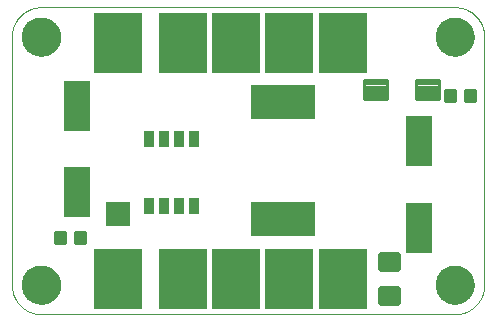
<source format=gts>
G75*
%MOIN*%
%OFA0B0*%
%FSLAX25Y25*%
%IPPOS*%
%LPD*%
%AMOC8*
5,1,8,0,0,1.08239X$1,22.5*
%
%ADD10C,0.00000*%
%ADD11C,0.12998*%
%ADD12C,0.01388*%
%ADD13R,0.09061X0.16935*%
%ADD14C,0.01123*%
%ADD15R,0.21660X0.11817*%
%ADD16C,0.01943*%
%ADD17R,0.03235X0.05400*%
%ADD18R,0.16148X0.20085*%
%ADD19R,0.08274X0.08274*%
D10*
X0013611Y0003769D02*
X0151406Y0003769D01*
X0145107Y0013611D02*
X0145109Y0013769D01*
X0145115Y0013927D01*
X0145125Y0014085D01*
X0145139Y0014243D01*
X0145157Y0014400D01*
X0145178Y0014557D01*
X0145204Y0014713D01*
X0145234Y0014869D01*
X0145267Y0015024D01*
X0145305Y0015177D01*
X0145346Y0015330D01*
X0145391Y0015482D01*
X0145440Y0015633D01*
X0145493Y0015782D01*
X0145549Y0015930D01*
X0145609Y0016076D01*
X0145673Y0016221D01*
X0145741Y0016364D01*
X0145812Y0016506D01*
X0145886Y0016646D01*
X0145964Y0016783D01*
X0146046Y0016919D01*
X0146130Y0017053D01*
X0146219Y0017184D01*
X0146310Y0017313D01*
X0146405Y0017440D01*
X0146502Y0017565D01*
X0146603Y0017687D01*
X0146707Y0017806D01*
X0146814Y0017923D01*
X0146924Y0018037D01*
X0147037Y0018148D01*
X0147152Y0018257D01*
X0147270Y0018362D01*
X0147391Y0018464D01*
X0147514Y0018564D01*
X0147640Y0018660D01*
X0147768Y0018753D01*
X0147898Y0018843D01*
X0148031Y0018929D01*
X0148166Y0019013D01*
X0148302Y0019092D01*
X0148441Y0019169D01*
X0148582Y0019241D01*
X0148724Y0019311D01*
X0148868Y0019376D01*
X0149014Y0019438D01*
X0149161Y0019496D01*
X0149310Y0019551D01*
X0149460Y0019602D01*
X0149611Y0019649D01*
X0149763Y0019692D01*
X0149916Y0019731D01*
X0150071Y0019767D01*
X0150226Y0019798D01*
X0150382Y0019826D01*
X0150538Y0019850D01*
X0150695Y0019870D01*
X0150853Y0019886D01*
X0151010Y0019898D01*
X0151169Y0019906D01*
X0151327Y0019910D01*
X0151485Y0019910D01*
X0151643Y0019906D01*
X0151802Y0019898D01*
X0151959Y0019886D01*
X0152117Y0019870D01*
X0152274Y0019850D01*
X0152430Y0019826D01*
X0152586Y0019798D01*
X0152741Y0019767D01*
X0152896Y0019731D01*
X0153049Y0019692D01*
X0153201Y0019649D01*
X0153352Y0019602D01*
X0153502Y0019551D01*
X0153651Y0019496D01*
X0153798Y0019438D01*
X0153944Y0019376D01*
X0154088Y0019311D01*
X0154230Y0019241D01*
X0154371Y0019169D01*
X0154510Y0019092D01*
X0154646Y0019013D01*
X0154781Y0018929D01*
X0154914Y0018843D01*
X0155044Y0018753D01*
X0155172Y0018660D01*
X0155298Y0018564D01*
X0155421Y0018464D01*
X0155542Y0018362D01*
X0155660Y0018257D01*
X0155775Y0018148D01*
X0155888Y0018037D01*
X0155998Y0017923D01*
X0156105Y0017806D01*
X0156209Y0017687D01*
X0156310Y0017565D01*
X0156407Y0017440D01*
X0156502Y0017313D01*
X0156593Y0017184D01*
X0156682Y0017053D01*
X0156766Y0016919D01*
X0156848Y0016783D01*
X0156926Y0016646D01*
X0157000Y0016506D01*
X0157071Y0016364D01*
X0157139Y0016221D01*
X0157203Y0016076D01*
X0157263Y0015930D01*
X0157319Y0015782D01*
X0157372Y0015633D01*
X0157421Y0015482D01*
X0157466Y0015330D01*
X0157507Y0015177D01*
X0157545Y0015024D01*
X0157578Y0014869D01*
X0157608Y0014713D01*
X0157634Y0014557D01*
X0157655Y0014400D01*
X0157673Y0014243D01*
X0157687Y0014085D01*
X0157697Y0013927D01*
X0157703Y0013769D01*
X0157705Y0013611D01*
X0157703Y0013453D01*
X0157697Y0013295D01*
X0157687Y0013137D01*
X0157673Y0012979D01*
X0157655Y0012822D01*
X0157634Y0012665D01*
X0157608Y0012509D01*
X0157578Y0012353D01*
X0157545Y0012198D01*
X0157507Y0012045D01*
X0157466Y0011892D01*
X0157421Y0011740D01*
X0157372Y0011589D01*
X0157319Y0011440D01*
X0157263Y0011292D01*
X0157203Y0011146D01*
X0157139Y0011001D01*
X0157071Y0010858D01*
X0157000Y0010716D01*
X0156926Y0010576D01*
X0156848Y0010439D01*
X0156766Y0010303D01*
X0156682Y0010169D01*
X0156593Y0010038D01*
X0156502Y0009909D01*
X0156407Y0009782D01*
X0156310Y0009657D01*
X0156209Y0009535D01*
X0156105Y0009416D01*
X0155998Y0009299D01*
X0155888Y0009185D01*
X0155775Y0009074D01*
X0155660Y0008965D01*
X0155542Y0008860D01*
X0155421Y0008758D01*
X0155298Y0008658D01*
X0155172Y0008562D01*
X0155044Y0008469D01*
X0154914Y0008379D01*
X0154781Y0008293D01*
X0154646Y0008209D01*
X0154510Y0008130D01*
X0154371Y0008053D01*
X0154230Y0007981D01*
X0154088Y0007911D01*
X0153944Y0007846D01*
X0153798Y0007784D01*
X0153651Y0007726D01*
X0153502Y0007671D01*
X0153352Y0007620D01*
X0153201Y0007573D01*
X0153049Y0007530D01*
X0152896Y0007491D01*
X0152741Y0007455D01*
X0152586Y0007424D01*
X0152430Y0007396D01*
X0152274Y0007372D01*
X0152117Y0007352D01*
X0151959Y0007336D01*
X0151802Y0007324D01*
X0151643Y0007316D01*
X0151485Y0007312D01*
X0151327Y0007312D01*
X0151169Y0007316D01*
X0151010Y0007324D01*
X0150853Y0007336D01*
X0150695Y0007352D01*
X0150538Y0007372D01*
X0150382Y0007396D01*
X0150226Y0007424D01*
X0150071Y0007455D01*
X0149916Y0007491D01*
X0149763Y0007530D01*
X0149611Y0007573D01*
X0149460Y0007620D01*
X0149310Y0007671D01*
X0149161Y0007726D01*
X0149014Y0007784D01*
X0148868Y0007846D01*
X0148724Y0007911D01*
X0148582Y0007981D01*
X0148441Y0008053D01*
X0148302Y0008130D01*
X0148166Y0008209D01*
X0148031Y0008293D01*
X0147898Y0008379D01*
X0147768Y0008469D01*
X0147640Y0008562D01*
X0147514Y0008658D01*
X0147391Y0008758D01*
X0147270Y0008860D01*
X0147152Y0008965D01*
X0147037Y0009074D01*
X0146924Y0009185D01*
X0146814Y0009299D01*
X0146707Y0009416D01*
X0146603Y0009535D01*
X0146502Y0009657D01*
X0146405Y0009782D01*
X0146310Y0009909D01*
X0146219Y0010038D01*
X0146130Y0010169D01*
X0146046Y0010303D01*
X0145964Y0010439D01*
X0145886Y0010576D01*
X0145812Y0010716D01*
X0145741Y0010858D01*
X0145673Y0011001D01*
X0145609Y0011146D01*
X0145549Y0011292D01*
X0145493Y0011440D01*
X0145440Y0011589D01*
X0145391Y0011740D01*
X0145346Y0011892D01*
X0145305Y0012045D01*
X0145267Y0012198D01*
X0145234Y0012353D01*
X0145204Y0012509D01*
X0145178Y0012665D01*
X0145157Y0012822D01*
X0145139Y0012979D01*
X0145125Y0013137D01*
X0145115Y0013295D01*
X0145109Y0013453D01*
X0145107Y0013611D01*
X0151406Y0003768D02*
X0151644Y0003771D01*
X0151882Y0003779D01*
X0152119Y0003794D01*
X0152356Y0003814D01*
X0152592Y0003840D01*
X0152828Y0003871D01*
X0153063Y0003908D01*
X0153297Y0003951D01*
X0153530Y0004000D01*
X0153762Y0004054D01*
X0153992Y0004114D01*
X0154221Y0004179D01*
X0154448Y0004250D01*
X0154673Y0004326D01*
X0154896Y0004408D01*
X0155118Y0004495D01*
X0155337Y0004587D01*
X0155554Y0004685D01*
X0155768Y0004787D01*
X0155980Y0004895D01*
X0156190Y0005009D01*
X0156396Y0005127D01*
X0156600Y0005250D01*
X0156800Y0005378D01*
X0156997Y0005510D01*
X0157192Y0005648D01*
X0157382Y0005790D01*
X0157570Y0005937D01*
X0157753Y0006088D01*
X0157933Y0006243D01*
X0158109Y0006403D01*
X0158281Y0006567D01*
X0158450Y0006736D01*
X0158614Y0006908D01*
X0158774Y0007084D01*
X0158929Y0007264D01*
X0159080Y0007447D01*
X0159227Y0007635D01*
X0159369Y0007825D01*
X0159507Y0008020D01*
X0159639Y0008217D01*
X0159767Y0008417D01*
X0159890Y0008621D01*
X0160008Y0008827D01*
X0160122Y0009037D01*
X0160230Y0009249D01*
X0160332Y0009463D01*
X0160430Y0009680D01*
X0160522Y0009899D01*
X0160609Y0010121D01*
X0160691Y0010344D01*
X0160767Y0010569D01*
X0160838Y0010796D01*
X0160903Y0011025D01*
X0160963Y0011255D01*
X0161017Y0011487D01*
X0161066Y0011720D01*
X0161109Y0011954D01*
X0161146Y0012189D01*
X0161177Y0012425D01*
X0161203Y0012661D01*
X0161223Y0012898D01*
X0161238Y0013135D01*
X0161246Y0013373D01*
X0161249Y0013611D01*
X0161249Y0096288D01*
X0145107Y0096288D02*
X0145109Y0096446D01*
X0145115Y0096604D01*
X0145125Y0096762D01*
X0145139Y0096920D01*
X0145157Y0097077D01*
X0145178Y0097234D01*
X0145204Y0097390D01*
X0145234Y0097546D01*
X0145267Y0097701D01*
X0145305Y0097854D01*
X0145346Y0098007D01*
X0145391Y0098159D01*
X0145440Y0098310D01*
X0145493Y0098459D01*
X0145549Y0098607D01*
X0145609Y0098753D01*
X0145673Y0098898D01*
X0145741Y0099041D01*
X0145812Y0099183D01*
X0145886Y0099323D01*
X0145964Y0099460D01*
X0146046Y0099596D01*
X0146130Y0099730D01*
X0146219Y0099861D01*
X0146310Y0099990D01*
X0146405Y0100117D01*
X0146502Y0100242D01*
X0146603Y0100364D01*
X0146707Y0100483D01*
X0146814Y0100600D01*
X0146924Y0100714D01*
X0147037Y0100825D01*
X0147152Y0100934D01*
X0147270Y0101039D01*
X0147391Y0101141D01*
X0147514Y0101241D01*
X0147640Y0101337D01*
X0147768Y0101430D01*
X0147898Y0101520D01*
X0148031Y0101606D01*
X0148166Y0101690D01*
X0148302Y0101769D01*
X0148441Y0101846D01*
X0148582Y0101918D01*
X0148724Y0101988D01*
X0148868Y0102053D01*
X0149014Y0102115D01*
X0149161Y0102173D01*
X0149310Y0102228D01*
X0149460Y0102279D01*
X0149611Y0102326D01*
X0149763Y0102369D01*
X0149916Y0102408D01*
X0150071Y0102444D01*
X0150226Y0102475D01*
X0150382Y0102503D01*
X0150538Y0102527D01*
X0150695Y0102547D01*
X0150853Y0102563D01*
X0151010Y0102575D01*
X0151169Y0102583D01*
X0151327Y0102587D01*
X0151485Y0102587D01*
X0151643Y0102583D01*
X0151802Y0102575D01*
X0151959Y0102563D01*
X0152117Y0102547D01*
X0152274Y0102527D01*
X0152430Y0102503D01*
X0152586Y0102475D01*
X0152741Y0102444D01*
X0152896Y0102408D01*
X0153049Y0102369D01*
X0153201Y0102326D01*
X0153352Y0102279D01*
X0153502Y0102228D01*
X0153651Y0102173D01*
X0153798Y0102115D01*
X0153944Y0102053D01*
X0154088Y0101988D01*
X0154230Y0101918D01*
X0154371Y0101846D01*
X0154510Y0101769D01*
X0154646Y0101690D01*
X0154781Y0101606D01*
X0154914Y0101520D01*
X0155044Y0101430D01*
X0155172Y0101337D01*
X0155298Y0101241D01*
X0155421Y0101141D01*
X0155542Y0101039D01*
X0155660Y0100934D01*
X0155775Y0100825D01*
X0155888Y0100714D01*
X0155998Y0100600D01*
X0156105Y0100483D01*
X0156209Y0100364D01*
X0156310Y0100242D01*
X0156407Y0100117D01*
X0156502Y0099990D01*
X0156593Y0099861D01*
X0156682Y0099730D01*
X0156766Y0099596D01*
X0156848Y0099460D01*
X0156926Y0099323D01*
X0157000Y0099183D01*
X0157071Y0099041D01*
X0157139Y0098898D01*
X0157203Y0098753D01*
X0157263Y0098607D01*
X0157319Y0098459D01*
X0157372Y0098310D01*
X0157421Y0098159D01*
X0157466Y0098007D01*
X0157507Y0097854D01*
X0157545Y0097701D01*
X0157578Y0097546D01*
X0157608Y0097390D01*
X0157634Y0097234D01*
X0157655Y0097077D01*
X0157673Y0096920D01*
X0157687Y0096762D01*
X0157697Y0096604D01*
X0157703Y0096446D01*
X0157705Y0096288D01*
X0157703Y0096130D01*
X0157697Y0095972D01*
X0157687Y0095814D01*
X0157673Y0095656D01*
X0157655Y0095499D01*
X0157634Y0095342D01*
X0157608Y0095186D01*
X0157578Y0095030D01*
X0157545Y0094875D01*
X0157507Y0094722D01*
X0157466Y0094569D01*
X0157421Y0094417D01*
X0157372Y0094266D01*
X0157319Y0094117D01*
X0157263Y0093969D01*
X0157203Y0093823D01*
X0157139Y0093678D01*
X0157071Y0093535D01*
X0157000Y0093393D01*
X0156926Y0093253D01*
X0156848Y0093116D01*
X0156766Y0092980D01*
X0156682Y0092846D01*
X0156593Y0092715D01*
X0156502Y0092586D01*
X0156407Y0092459D01*
X0156310Y0092334D01*
X0156209Y0092212D01*
X0156105Y0092093D01*
X0155998Y0091976D01*
X0155888Y0091862D01*
X0155775Y0091751D01*
X0155660Y0091642D01*
X0155542Y0091537D01*
X0155421Y0091435D01*
X0155298Y0091335D01*
X0155172Y0091239D01*
X0155044Y0091146D01*
X0154914Y0091056D01*
X0154781Y0090970D01*
X0154646Y0090886D01*
X0154510Y0090807D01*
X0154371Y0090730D01*
X0154230Y0090658D01*
X0154088Y0090588D01*
X0153944Y0090523D01*
X0153798Y0090461D01*
X0153651Y0090403D01*
X0153502Y0090348D01*
X0153352Y0090297D01*
X0153201Y0090250D01*
X0153049Y0090207D01*
X0152896Y0090168D01*
X0152741Y0090132D01*
X0152586Y0090101D01*
X0152430Y0090073D01*
X0152274Y0090049D01*
X0152117Y0090029D01*
X0151959Y0090013D01*
X0151802Y0090001D01*
X0151643Y0089993D01*
X0151485Y0089989D01*
X0151327Y0089989D01*
X0151169Y0089993D01*
X0151010Y0090001D01*
X0150853Y0090013D01*
X0150695Y0090029D01*
X0150538Y0090049D01*
X0150382Y0090073D01*
X0150226Y0090101D01*
X0150071Y0090132D01*
X0149916Y0090168D01*
X0149763Y0090207D01*
X0149611Y0090250D01*
X0149460Y0090297D01*
X0149310Y0090348D01*
X0149161Y0090403D01*
X0149014Y0090461D01*
X0148868Y0090523D01*
X0148724Y0090588D01*
X0148582Y0090658D01*
X0148441Y0090730D01*
X0148302Y0090807D01*
X0148166Y0090886D01*
X0148031Y0090970D01*
X0147898Y0091056D01*
X0147768Y0091146D01*
X0147640Y0091239D01*
X0147514Y0091335D01*
X0147391Y0091435D01*
X0147270Y0091537D01*
X0147152Y0091642D01*
X0147037Y0091751D01*
X0146924Y0091862D01*
X0146814Y0091976D01*
X0146707Y0092093D01*
X0146603Y0092212D01*
X0146502Y0092334D01*
X0146405Y0092459D01*
X0146310Y0092586D01*
X0146219Y0092715D01*
X0146130Y0092846D01*
X0146046Y0092980D01*
X0145964Y0093116D01*
X0145886Y0093253D01*
X0145812Y0093393D01*
X0145741Y0093535D01*
X0145673Y0093678D01*
X0145609Y0093823D01*
X0145549Y0093969D01*
X0145493Y0094117D01*
X0145440Y0094266D01*
X0145391Y0094417D01*
X0145346Y0094569D01*
X0145305Y0094722D01*
X0145267Y0094875D01*
X0145234Y0095030D01*
X0145204Y0095186D01*
X0145178Y0095342D01*
X0145157Y0095499D01*
X0145139Y0095656D01*
X0145125Y0095814D01*
X0145115Y0095972D01*
X0145109Y0096130D01*
X0145107Y0096288D01*
X0151406Y0106131D02*
X0151644Y0106128D01*
X0151882Y0106120D01*
X0152119Y0106105D01*
X0152356Y0106085D01*
X0152592Y0106059D01*
X0152828Y0106028D01*
X0153063Y0105991D01*
X0153297Y0105948D01*
X0153530Y0105899D01*
X0153762Y0105845D01*
X0153992Y0105785D01*
X0154221Y0105720D01*
X0154448Y0105649D01*
X0154673Y0105573D01*
X0154896Y0105491D01*
X0155118Y0105404D01*
X0155337Y0105312D01*
X0155554Y0105214D01*
X0155768Y0105112D01*
X0155980Y0105004D01*
X0156190Y0104890D01*
X0156396Y0104772D01*
X0156600Y0104649D01*
X0156800Y0104521D01*
X0156997Y0104389D01*
X0157192Y0104251D01*
X0157382Y0104109D01*
X0157570Y0103962D01*
X0157753Y0103811D01*
X0157933Y0103656D01*
X0158109Y0103496D01*
X0158281Y0103332D01*
X0158450Y0103163D01*
X0158614Y0102991D01*
X0158774Y0102815D01*
X0158929Y0102635D01*
X0159080Y0102452D01*
X0159227Y0102264D01*
X0159369Y0102074D01*
X0159507Y0101879D01*
X0159639Y0101682D01*
X0159767Y0101482D01*
X0159890Y0101278D01*
X0160008Y0101072D01*
X0160122Y0100862D01*
X0160230Y0100650D01*
X0160332Y0100436D01*
X0160430Y0100219D01*
X0160522Y0100000D01*
X0160609Y0099778D01*
X0160691Y0099555D01*
X0160767Y0099330D01*
X0160838Y0099103D01*
X0160903Y0098874D01*
X0160963Y0098644D01*
X0161017Y0098412D01*
X0161066Y0098179D01*
X0161109Y0097945D01*
X0161146Y0097710D01*
X0161177Y0097474D01*
X0161203Y0097238D01*
X0161223Y0097001D01*
X0161238Y0096764D01*
X0161246Y0096526D01*
X0161249Y0096288D01*
X0151406Y0106131D02*
X0013611Y0106131D01*
X0007312Y0096288D02*
X0007314Y0096446D01*
X0007320Y0096604D01*
X0007330Y0096762D01*
X0007344Y0096920D01*
X0007362Y0097077D01*
X0007383Y0097234D01*
X0007409Y0097390D01*
X0007439Y0097546D01*
X0007472Y0097701D01*
X0007510Y0097854D01*
X0007551Y0098007D01*
X0007596Y0098159D01*
X0007645Y0098310D01*
X0007698Y0098459D01*
X0007754Y0098607D01*
X0007814Y0098753D01*
X0007878Y0098898D01*
X0007946Y0099041D01*
X0008017Y0099183D01*
X0008091Y0099323D01*
X0008169Y0099460D01*
X0008251Y0099596D01*
X0008335Y0099730D01*
X0008424Y0099861D01*
X0008515Y0099990D01*
X0008610Y0100117D01*
X0008707Y0100242D01*
X0008808Y0100364D01*
X0008912Y0100483D01*
X0009019Y0100600D01*
X0009129Y0100714D01*
X0009242Y0100825D01*
X0009357Y0100934D01*
X0009475Y0101039D01*
X0009596Y0101141D01*
X0009719Y0101241D01*
X0009845Y0101337D01*
X0009973Y0101430D01*
X0010103Y0101520D01*
X0010236Y0101606D01*
X0010371Y0101690D01*
X0010507Y0101769D01*
X0010646Y0101846D01*
X0010787Y0101918D01*
X0010929Y0101988D01*
X0011073Y0102053D01*
X0011219Y0102115D01*
X0011366Y0102173D01*
X0011515Y0102228D01*
X0011665Y0102279D01*
X0011816Y0102326D01*
X0011968Y0102369D01*
X0012121Y0102408D01*
X0012276Y0102444D01*
X0012431Y0102475D01*
X0012587Y0102503D01*
X0012743Y0102527D01*
X0012900Y0102547D01*
X0013058Y0102563D01*
X0013215Y0102575D01*
X0013374Y0102583D01*
X0013532Y0102587D01*
X0013690Y0102587D01*
X0013848Y0102583D01*
X0014007Y0102575D01*
X0014164Y0102563D01*
X0014322Y0102547D01*
X0014479Y0102527D01*
X0014635Y0102503D01*
X0014791Y0102475D01*
X0014946Y0102444D01*
X0015101Y0102408D01*
X0015254Y0102369D01*
X0015406Y0102326D01*
X0015557Y0102279D01*
X0015707Y0102228D01*
X0015856Y0102173D01*
X0016003Y0102115D01*
X0016149Y0102053D01*
X0016293Y0101988D01*
X0016435Y0101918D01*
X0016576Y0101846D01*
X0016715Y0101769D01*
X0016851Y0101690D01*
X0016986Y0101606D01*
X0017119Y0101520D01*
X0017249Y0101430D01*
X0017377Y0101337D01*
X0017503Y0101241D01*
X0017626Y0101141D01*
X0017747Y0101039D01*
X0017865Y0100934D01*
X0017980Y0100825D01*
X0018093Y0100714D01*
X0018203Y0100600D01*
X0018310Y0100483D01*
X0018414Y0100364D01*
X0018515Y0100242D01*
X0018612Y0100117D01*
X0018707Y0099990D01*
X0018798Y0099861D01*
X0018887Y0099730D01*
X0018971Y0099596D01*
X0019053Y0099460D01*
X0019131Y0099323D01*
X0019205Y0099183D01*
X0019276Y0099041D01*
X0019344Y0098898D01*
X0019408Y0098753D01*
X0019468Y0098607D01*
X0019524Y0098459D01*
X0019577Y0098310D01*
X0019626Y0098159D01*
X0019671Y0098007D01*
X0019712Y0097854D01*
X0019750Y0097701D01*
X0019783Y0097546D01*
X0019813Y0097390D01*
X0019839Y0097234D01*
X0019860Y0097077D01*
X0019878Y0096920D01*
X0019892Y0096762D01*
X0019902Y0096604D01*
X0019908Y0096446D01*
X0019910Y0096288D01*
X0019908Y0096130D01*
X0019902Y0095972D01*
X0019892Y0095814D01*
X0019878Y0095656D01*
X0019860Y0095499D01*
X0019839Y0095342D01*
X0019813Y0095186D01*
X0019783Y0095030D01*
X0019750Y0094875D01*
X0019712Y0094722D01*
X0019671Y0094569D01*
X0019626Y0094417D01*
X0019577Y0094266D01*
X0019524Y0094117D01*
X0019468Y0093969D01*
X0019408Y0093823D01*
X0019344Y0093678D01*
X0019276Y0093535D01*
X0019205Y0093393D01*
X0019131Y0093253D01*
X0019053Y0093116D01*
X0018971Y0092980D01*
X0018887Y0092846D01*
X0018798Y0092715D01*
X0018707Y0092586D01*
X0018612Y0092459D01*
X0018515Y0092334D01*
X0018414Y0092212D01*
X0018310Y0092093D01*
X0018203Y0091976D01*
X0018093Y0091862D01*
X0017980Y0091751D01*
X0017865Y0091642D01*
X0017747Y0091537D01*
X0017626Y0091435D01*
X0017503Y0091335D01*
X0017377Y0091239D01*
X0017249Y0091146D01*
X0017119Y0091056D01*
X0016986Y0090970D01*
X0016851Y0090886D01*
X0016715Y0090807D01*
X0016576Y0090730D01*
X0016435Y0090658D01*
X0016293Y0090588D01*
X0016149Y0090523D01*
X0016003Y0090461D01*
X0015856Y0090403D01*
X0015707Y0090348D01*
X0015557Y0090297D01*
X0015406Y0090250D01*
X0015254Y0090207D01*
X0015101Y0090168D01*
X0014946Y0090132D01*
X0014791Y0090101D01*
X0014635Y0090073D01*
X0014479Y0090049D01*
X0014322Y0090029D01*
X0014164Y0090013D01*
X0014007Y0090001D01*
X0013848Y0089993D01*
X0013690Y0089989D01*
X0013532Y0089989D01*
X0013374Y0089993D01*
X0013215Y0090001D01*
X0013058Y0090013D01*
X0012900Y0090029D01*
X0012743Y0090049D01*
X0012587Y0090073D01*
X0012431Y0090101D01*
X0012276Y0090132D01*
X0012121Y0090168D01*
X0011968Y0090207D01*
X0011816Y0090250D01*
X0011665Y0090297D01*
X0011515Y0090348D01*
X0011366Y0090403D01*
X0011219Y0090461D01*
X0011073Y0090523D01*
X0010929Y0090588D01*
X0010787Y0090658D01*
X0010646Y0090730D01*
X0010507Y0090807D01*
X0010371Y0090886D01*
X0010236Y0090970D01*
X0010103Y0091056D01*
X0009973Y0091146D01*
X0009845Y0091239D01*
X0009719Y0091335D01*
X0009596Y0091435D01*
X0009475Y0091537D01*
X0009357Y0091642D01*
X0009242Y0091751D01*
X0009129Y0091862D01*
X0009019Y0091976D01*
X0008912Y0092093D01*
X0008808Y0092212D01*
X0008707Y0092334D01*
X0008610Y0092459D01*
X0008515Y0092586D01*
X0008424Y0092715D01*
X0008335Y0092846D01*
X0008251Y0092980D01*
X0008169Y0093116D01*
X0008091Y0093253D01*
X0008017Y0093393D01*
X0007946Y0093535D01*
X0007878Y0093678D01*
X0007814Y0093823D01*
X0007754Y0093969D01*
X0007698Y0094117D01*
X0007645Y0094266D01*
X0007596Y0094417D01*
X0007551Y0094569D01*
X0007510Y0094722D01*
X0007472Y0094875D01*
X0007439Y0095030D01*
X0007409Y0095186D01*
X0007383Y0095342D01*
X0007362Y0095499D01*
X0007344Y0095656D01*
X0007330Y0095814D01*
X0007320Y0095972D01*
X0007314Y0096130D01*
X0007312Y0096288D01*
X0003769Y0096288D02*
X0003769Y0013611D01*
X0007312Y0013611D02*
X0007314Y0013769D01*
X0007320Y0013927D01*
X0007330Y0014085D01*
X0007344Y0014243D01*
X0007362Y0014400D01*
X0007383Y0014557D01*
X0007409Y0014713D01*
X0007439Y0014869D01*
X0007472Y0015024D01*
X0007510Y0015177D01*
X0007551Y0015330D01*
X0007596Y0015482D01*
X0007645Y0015633D01*
X0007698Y0015782D01*
X0007754Y0015930D01*
X0007814Y0016076D01*
X0007878Y0016221D01*
X0007946Y0016364D01*
X0008017Y0016506D01*
X0008091Y0016646D01*
X0008169Y0016783D01*
X0008251Y0016919D01*
X0008335Y0017053D01*
X0008424Y0017184D01*
X0008515Y0017313D01*
X0008610Y0017440D01*
X0008707Y0017565D01*
X0008808Y0017687D01*
X0008912Y0017806D01*
X0009019Y0017923D01*
X0009129Y0018037D01*
X0009242Y0018148D01*
X0009357Y0018257D01*
X0009475Y0018362D01*
X0009596Y0018464D01*
X0009719Y0018564D01*
X0009845Y0018660D01*
X0009973Y0018753D01*
X0010103Y0018843D01*
X0010236Y0018929D01*
X0010371Y0019013D01*
X0010507Y0019092D01*
X0010646Y0019169D01*
X0010787Y0019241D01*
X0010929Y0019311D01*
X0011073Y0019376D01*
X0011219Y0019438D01*
X0011366Y0019496D01*
X0011515Y0019551D01*
X0011665Y0019602D01*
X0011816Y0019649D01*
X0011968Y0019692D01*
X0012121Y0019731D01*
X0012276Y0019767D01*
X0012431Y0019798D01*
X0012587Y0019826D01*
X0012743Y0019850D01*
X0012900Y0019870D01*
X0013058Y0019886D01*
X0013215Y0019898D01*
X0013374Y0019906D01*
X0013532Y0019910D01*
X0013690Y0019910D01*
X0013848Y0019906D01*
X0014007Y0019898D01*
X0014164Y0019886D01*
X0014322Y0019870D01*
X0014479Y0019850D01*
X0014635Y0019826D01*
X0014791Y0019798D01*
X0014946Y0019767D01*
X0015101Y0019731D01*
X0015254Y0019692D01*
X0015406Y0019649D01*
X0015557Y0019602D01*
X0015707Y0019551D01*
X0015856Y0019496D01*
X0016003Y0019438D01*
X0016149Y0019376D01*
X0016293Y0019311D01*
X0016435Y0019241D01*
X0016576Y0019169D01*
X0016715Y0019092D01*
X0016851Y0019013D01*
X0016986Y0018929D01*
X0017119Y0018843D01*
X0017249Y0018753D01*
X0017377Y0018660D01*
X0017503Y0018564D01*
X0017626Y0018464D01*
X0017747Y0018362D01*
X0017865Y0018257D01*
X0017980Y0018148D01*
X0018093Y0018037D01*
X0018203Y0017923D01*
X0018310Y0017806D01*
X0018414Y0017687D01*
X0018515Y0017565D01*
X0018612Y0017440D01*
X0018707Y0017313D01*
X0018798Y0017184D01*
X0018887Y0017053D01*
X0018971Y0016919D01*
X0019053Y0016783D01*
X0019131Y0016646D01*
X0019205Y0016506D01*
X0019276Y0016364D01*
X0019344Y0016221D01*
X0019408Y0016076D01*
X0019468Y0015930D01*
X0019524Y0015782D01*
X0019577Y0015633D01*
X0019626Y0015482D01*
X0019671Y0015330D01*
X0019712Y0015177D01*
X0019750Y0015024D01*
X0019783Y0014869D01*
X0019813Y0014713D01*
X0019839Y0014557D01*
X0019860Y0014400D01*
X0019878Y0014243D01*
X0019892Y0014085D01*
X0019902Y0013927D01*
X0019908Y0013769D01*
X0019910Y0013611D01*
X0019908Y0013453D01*
X0019902Y0013295D01*
X0019892Y0013137D01*
X0019878Y0012979D01*
X0019860Y0012822D01*
X0019839Y0012665D01*
X0019813Y0012509D01*
X0019783Y0012353D01*
X0019750Y0012198D01*
X0019712Y0012045D01*
X0019671Y0011892D01*
X0019626Y0011740D01*
X0019577Y0011589D01*
X0019524Y0011440D01*
X0019468Y0011292D01*
X0019408Y0011146D01*
X0019344Y0011001D01*
X0019276Y0010858D01*
X0019205Y0010716D01*
X0019131Y0010576D01*
X0019053Y0010439D01*
X0018971Y0010303D01*
X0018887Y0010169D01*
X0018798Y0010038D01*
X0018707Y0009909D01*
X0018612Y0009782D01*
X0018515Y0009657D01*
X0018414Y0009535D01*
X0018310Y0009416D01*
X0018203Y0009299D01*
X0018093Y0009185D01*
X0017980Y0009074D01*
X0017865Y0008965D01*
X0017747Y0008860D01*
X0017626Y0008758D01*
X0017503Y0008658D01*
X0017377Y0008562D01*
X0017249Y0008469D01*
X0017119Y0008379D01*
X0016986Y0008293D01*
X0016851Y0008209D01*
X0016715Y0008130D01*
X0016576Y0008053D01*
X0016435Y0007981D01*
X0016293Y0007911D01*
X0016149Y0007846D01*
X0016003Y0007784D01*
X0015856Y0007726D01*
X0015707Y0007671D01*
X0015557Y0007620D01*
X0015406Y0007573D01*
X0015254Y0007530D01*
X0015101Y0007491D01*
X0014946Y0007455D01*
X0014791Y0007424D01*
X0014635Y0007396D01*
X0014479Y0007372D01*
X0014322Y0007352D01*
X0014164Y0007336D01*
X0014007Y0007324D01*
X0013848Y0007316D01*
X0013690Y0007312D01*
X0013532Y0007312D01*
X0013374Y0007316D01*
X0013215Y0007324D01*
X0013058Y0007336D01*
X0012900Y0007352D01*
X0012743Y0007372D01*
X0012587Y0007396D01*
X0012431Y0007424D01*
X0012276Y0007455D01*
X0012121Y0007491D01*
X0011968Y0007530D01*
X0011816Y0007573D01*
X0011665Y0007620D01*
X0011515Y0007671D01*
X0011366Y0007726D01*
X0011219Y0007784D01*
X0011073Y0007846D01*
X0010929Y0007911D01*
X0010787Y0007981D01*
X0010646Y0008053D01*
X0010507Y0008130D01*
X0010371Y0008209D01*
X0010236Y0008293D01*
X0010103Y0008379D01*
X0009973Y0008469D01*
X0009845Y0008562D01*
X0009719Y0008658D01*
X0009596Y0008758D01*
X0009475Y0008860D01*
X0009357Y0008965D01*
X0009242Y0009074D01*
X0009129Y0009185D01*
X0009019Y0009299D01*
X0008912Y0009416D01*
X0008808Y0009535D01*
X0008707Y0009657D01*
X0008610Y0009782D01*
X0008515Y0009909D01*
X0008424Y0010038D01*
X0008335Y0010169D01*
X0008251Y0010303D01*
X0008169Y0010439D01*
X0008091Y0010576D01*
X0008017Y0010716D01*
X0007946Y0010858D01*
X0007878Y0011001D01*
X0007814Y0011146D01*
X0007754Y0011292D01*
X0007698Y0011440D01*
X0007645Y0011589D01*
X0007596Y0011740D01*
X0007551Y0011892D01*
X0007510Y0012045D01*
X0007472Y0012198D01*
X0007439Y0012353D01*
X0007409Y0012509D01*
X0007383Y0012665D01*
X0007362Y0012822D01*
X0007344Y0012979D01*
X0007330Y0013137D01*
X0007320Y0013295D01*
X0007314Y0013453D01*
X0007312Y0013611D01*
X0003768Y0013611D02*
X0003771Y0013373D01*
X0003779Y0013135D01*
X0003794Y0012898D01*
X0003814Y0012661D01*
X0003840Y0012425D01*
X0003871Y0012189D01*
X0003908Y0011954D01*
X0003951Y0011720D01*
X0004000Y0011487D01*
X0004054Y0011255D01*
X0004114Y0011025D01*
X0004179Y0010796D01*
X0004250Y0010569D01*
X0004326Y0010344D01*
X0004408Y0010121D01*
X0004495Y0009899D01*
X0004587Y0009680D01*
X0004685Y0009463D01*
X0004787Y0009249D01*
X0004895Y0009037D01*
X0005009Y0008827D01*
X0005127Y0008621D01*
X0005250Y0008417D01*
X0005378Y0008217D01*
X0005510Y0008020D01*
X0005648Y0007825D01*
X0005790Y0007635D01*
X0005937Y0007447D01*
X0006088Y0007264D01*
X0006243Y0007084D01*
X0006403Y0006908D01*
X0006567Y0006736D01*
X0006736Y0006567D01*
X0006908Y0006403D01*
X0007084Y0006243D01*
X0007264Y0006088D01*
X0007447Y0005937D01*
X0007635Y0005790D01*
X0007825Y0005648D01*
X0008020Y0005510D01*
X0008217Y0005378D01*
X0008417Y0005250D01*
X0008621Y0005127D01*
X0008827Y0005009D01*
X0009037Y0004895D01*
X0009249Y0004787D01*
X0009463Y0004685D01*
X0009680Y0004587D01*
X0009899Y0004495D01*
X0010121Y0004408D01*
X0010344Y0004326D01*
X0010569Y0004250D01*
X0010796Y0004179D01*
X0011025Y0004114D01*
X0011255Y0004054D01*
X0011487Y0004000D01*
X0011720Y0003951D01*
X0011954Y0003908D01*
X0012189Y0003871D01*
X0012425Y0003840D01*
X0012661Y0003814D01*
X0012898Y0003794D01*
X0013135Y0003779D01*
X0013373Y0003771D01*
X0013611Y0003768D01*
X0003768Y0096288D02*
X0003771Y0096526D01*
X0003779Y0096764D01*
X0003794Y0097001D01*
X0003814Y0097238D01*
X0003840Y0097474D01*
X0003871Y0097710D01*
X0003908Y0097945D01*
X0003951Y0098179D01*
X0004000Y0098412D01*
X0004054Y0098644D01*
X0004114Y0098874D01*
X0004179Y0099103D01*
X0004250Y0099330D01*
X0004326Y0099555D01*
X0004408Y0099778D01*
X0004495Y0100000D01*
X0004587Y0100219D01*
X0004685Y0100436D01*
X0004787Y0100650D01*
X0004895Y0100862D01*
X0005009Y0101072D01*
X0005127Y0101278D01*
X0005250Y0101482D01*
X0005378Y0101682D01*
X0005510Y0101879D01*
X0005648Y0102074D01*
X0005790Y0102264D01*
X0005937Y0102452D01*
X0006088Y0102635D01*
X0006243Y0102815D01*
X0006403Y0102991D01*
X0006567Y0103163D01*
X0006736Y0103332D01*
X0006908Y0103496D01*
X0007084Y0103656D01*
X0007264Y0103811D01*
X0007447Y0103962D01*
X0007635Y0104109D01*
X0007825Y0104251D01*
X0008020Y0104389D01*
X0008217Y0104521D01*
X0008417Y0104649D01*
X0008621Y0104772D01*
X0008827Y0104890D01*
X0009037Y0105004D01*
X0009249Y0105112D01*
X0009463Y0105214D01*
X0009680Y0105312D01*
X0009899Y0105404D01*
X0010121Y0105491D01*
X0010344Y0105573D01*
X0010569Y0105649D01*
X0010796Y0105720D01*
X0011025Y0105785D01*
X0011255Y0105845D01*
X0011487Y0105899D01*
X0011720Y0105948D01*
X0011954Y0105991D01*
X0012189Y0106028D01*
X0012425Y0106059D01*
X0012661Y0106085D01*
X0012898Y0106105D01*
X0013135Y0106120D01*
X0013373Y0106128D01*
X0013611Y0106131D01*
D11*
X0013611Y0096288D03*
X0013611Y0013611D03*
X0151406Y0013611D03*
X0151406Y0096288D03*
D12*
X0151502Y0074932D02*
X0148554Y0074932D01*
X0148554Y0078274D01*
X0151502Y0078274D01*
X0151502Y0074932D01*
X0151502Y0076251D02*
X0148554Y0076251D01*
X0148554Y0077570D02*
X0151502Y0077570D01*
X0155247Y0074932D02*
X0158195Y0074932D01*
X0155247Y0074932D02*
X0155247Y0078274D01*
X0158195Y0078274D01*
X0158195Y0074932D01*
X0158195Y0076251D02*
X0155247Y0076251D01*
X0155247Y0077570D02*
X0158195Y0077570D01*
X0028274Y0031030D02*
X0025326Y0031030D01*
X0028274Y0031030D02*
X0028274Y0027688D01*
X0025326Y0027688D01*
X0025326Y0031030D01*
X0025326Y0029007D02*
X0028274Y0029007D01*
X0028274Y0030326D02*
X0025326Y0030326D01*
X0021581Y0031030D02*
X0018633Y0031030D01*
X0021581Y0031030D02*
X0021581Y0027688D01*
X0018633Y0027688D01*
X0018633Y0031030D01*
X0018633Y0029007D02*
X0021581Y0029007D01*
X0021581Y0030326D02*
X0018633Y0030326D01*
D13*
X0025422Y0044517D03*
X0025422Y0073257D03*
X0139595Y0061446D03*
X0139595Y0032706D03*
D14*
X0138578Y0075390D02*
X0146124Y0075390D01*
X0138578Y0075390D02*
X0138578Y0081754D01*
X0146124Y0081754D01*
X0146124Y0075390D01*
X0146124Y0076457D02*
X0138578Y0076457D01*
X0138578Y0077524D02*
X0146124Y0077524D01*
X0146124Y0078591D02*
X0138578Y0078591D01*
X0138578Y0079658D02*
X0146124Y0079658D01*
X0146124Y0080725D02*
X0138578Y0080725D01*
X0128801Y0075390D02*
X0121255Y0075390D01*
X0121255Y0081754D01*
X0128801Y0081754D01*
X0128801Y0075390D01*
X0128801Y0076457D02*
X0121255Y0076457D01*
X0121255Y0077524D02*
X0128801Y0077524D01*
X0128801Y0078591D02*
X0121255Y0078591D01*
X0121255Y0079658D02*
X0128801Y0079658D01*
X0128801Y0080725D02*
X0121255Y0080725D01*
D15*
X0094320Y0074438D03*
X0094320Y0035461D03*
D16*
X0126975Y0023556D02*
X0126975Y0018800D01*
X0126975Y0023556D02*
X0132531Y0023556D01*
X0132531Y0018800D01*
X0126975Y0018800D01*
X0126975Y0020646D02*
X0132531Y0020646D01*
X0132531Y0022492D02*
X0126975Y0022492D01*
X0126975Y0012359D02*
X0126975Y0007603D01*
X0126975Y0012359D02*
X0132531Y0012359D01*
X0132531Y0007603D01*
X0126975Y0007603D01*
X0126975Y0009449D02*
X0132531Y0009449D01*
X0132531Y0011295D02*
X0126975Y0011295D01*
D17*
X0064418Y0039753D03*
X0059418Y0039753D03*
X0054418Y0039753D03*
X0049418Y0039753D03*
X0049418Y0062272D03*
X0054418Y0062272D03*
X0059418Y0062272D03*
X0064418Y0062272D03*
D18*
X0060855Y0094320D03*
X0078572Y0094320D03*
X0096288Y0094320D03*
X0114005Y0094320D03*
X0039202Y0094320D03*
X0039202Y0015580D03*
X0060855Y0015580D03*
X0078572Y0015580D03*
X0096288Y0015580D03*
X0114005Y0015580D03*
D19*
X0039202Y0037233D03*
M02*

</source>
